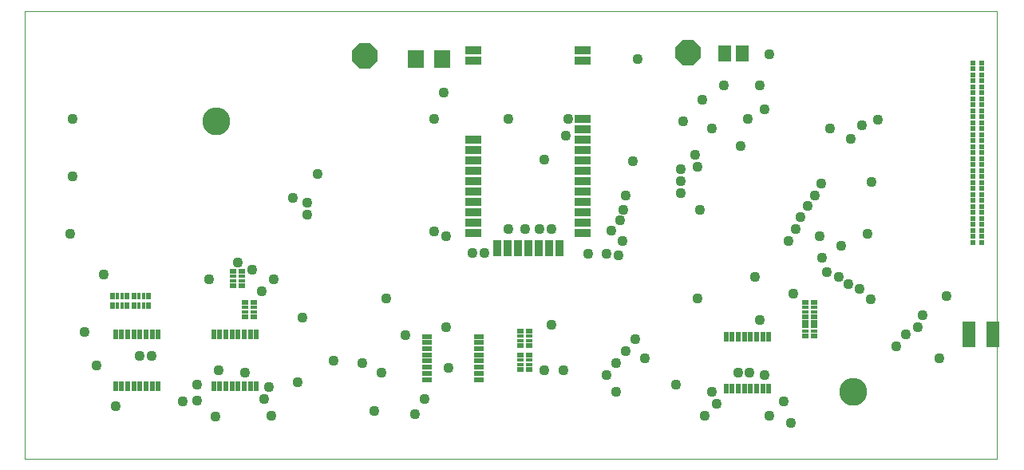
<source format=gbs>
G75*
%MOIN*%
%OFA0B0*%
%FSLAX25Y25*%
%IPPOS*%
%LPD*%
%AMOC8*
5,1,8,0,0,1.08239X$1,22.5*
%
%ADD10C,0.00000*%
%ADD11R,0.06899X0.07698*%
%ADD12R,0.01969X0.04331*%
%ADD13R,0.04331X0.01969*%
%ADD14OC8,0.10600*%
%ADD15R,0.06506X0.03356*%
%ADD16R,0.03356X0.06506*%
%ADD17R,0.02100X0.02100*%
%ADD18C,0.11624*%
%ADD19R,0.05718X0.06506*%
%ADD20R,0.02175X0.02569*%
%ADD21R,0.01781X0.02569*%
%ADD22R,0.02569X0.02175*%
%ADD23R,0.02569X0.01781*%
%ADD24R,0.05600X0.10600*%
%ADD25C,0.04362*%
D10*
X0001800Y0001100D02*
X0001800Y0188061D01*
X0407901Y0188061D01*
X0407961Y0188101D02*
X0408039Y0001000D01*
X0408001Y0001000D02*
X0001800Y0001100D01*
X0076288Y0142100D02*
X0076290Y0142248D01*
X0076296Y0142396D01*
X0076306Y0142544D01*
X0076320Y0142691D01*
X0076338Y0142838D01*
X0076359Y0142984D01*
X0076385Y0143130D01*
X0076415Y0143275D01*
X0076448Y0143419D01*
X0076486Y0143562D01*
X0076527Y0143704D01*
X0076572Y0143845D01*
X0076620Y0143985D01*
X0076673Y0144124D01*
X0076729Y0144261D01*
X0076789Y0144396D01*
X0076852Y0144530D01*
X0076919Y0144662D01*
X0076990Y0144792D01*
X0077064Y0144920D01*
X0077141Y0145046D01*
X0077222Y0145170D01*
X0077306Y0145292D01*
X0077393Y0145411D01*
X0077484Y0145528D01*
X0077578Y0145643D01*
X0077674Y0145755D01*
X0077774Y0145865D01*
X0077876Y0145971D01*
X0077982Y0146075D01*
X0078090Y0146176D01*
X0078201Y0146274D01*
X0078314Y0146370D01*
X0078430Y0146462D01*
X0078548Y0146551D01*
X0078669Y0146636D01*
X0078792Y0146719D01*
X0078917Y0146798D01*
X0079044Y0146874D01*
X0079173Y0146946D01*
X0079304Y0147015D01*
X0079437Y0147080D01*
X0079572Y0147141D01*
X0079708Y0147199D01*
X0079845Y0147254D01*
X0079984Y0147304D01*
X0080125Y0147351D01*
X0080266Y0147394D01*
X0080409Y0147434D01*
X0080553Y0147469D01*
X0080697Y0147501D01*
X0080843Y0147528D01*
X0080989Y0147552D01*
X0081136Y0147572D01*
X0081283Y0147588D01*
X0081430Y0147600D01*
X0081578Y0147608D01*
X0081726Y0147612D01*
X0081874Y0147612D01*
X0082022Y0147608D01*
X0082170Y0147600D01*
X0082317Y0147588D01*
X0082464Y0147572D01*
X0082611Y0147552D01*
X0082757Y0147528D01*
X0082903Y0147501D01*
X0083047Y0147469D01*
X0083191Y0147434D01*
X0083334Y0147394D01*
X0083475Y0147351D01*
X0083616Y0147304D01*
X0083755Y0147254D01*
X0083892Y0147199D01*
X0084028Y0147141D01*
X0084163Y0147080D01*
X0084296Y0147015D01*
X0084427Y0146946D01*
X0084556Y0146874D01*
X0084683Y0146798D01*
X0084808Y0146719D01*
X0084931Y0146636D01*
X0085052Y0146551D01*
X0085170Y0146462D01*
X0085286Y0146370D01*
X0085399Y0146274D01*
X0085510Y0146176D01*
X0085618Y0146075D01*
X0085724Y0145971D01*
X0085826Y0145865D01*
X0085926Y0145755D01*
X0086022Y0145643D01*
X0086116Y0145528D01*
X0086207Y0145411D01*
X0086294Y0145292D01*
X0086378Y0145170D01*
X0086459Y0145046D01*
X0086536Y0144920D01*
X0086610Y0144792D01*
X0086681Y0144662D01*
X0086748Y0144530D01*
X0086811Y0144396D01*
X0086871Y0144261D01*
X0086927Y0144124D01*
X0086980Y0143985D01*
X0087028Y0143845D01*
X0087073Y0143704D01*
X0087114Y0143562D01*
X0087152Y0143419D01*
X0087185Y0143275D01*
X0087215Y0143130D01*
X0087241Y0142984D01*
X0087262Y0142838D01*
X0087280Y0142691D01*
X0087294Y0142544D01*
X0087304Y0142396D01*
X0087310Y0142248D01*
X0087312Y0142100D01*
X0087310Y0141952D01*
X0087304Y0141804D01*
X0087294Y0141656D01*
X0087280Y0141509D01*
X0087262Y0141362D01*
X0087241Y0141216D01*
X0087215Y0141070D01*
X0087185Y0140925D01*
X0087152Y0140781D01*
X0087114Y0140638D01*
X0087073Y0140496D01*
X0087028Y0140355D01*
X0086980Y0140215D01*
X0086927Y0140076D01*
X0086871Y0139939D01*
X0086811Y0139804D01*
X0086748Y0139670D01*
X0086681Y0139538D01*
X0086610Y0139408D01*
X0086536Y0139280D01*
X0086459Y0139154D01*
X0086378Y0139030D01*
X0086294Y0138908D01*
X0086207Y0138789D01*
X0086116Y0138672D01*
X0086022Y0138557D01*
X0085926Y0138445D01*
X0085826Y0138335D01*
X0085724Y0138229D01*
X0085618Y0138125D01*
X0085510Y0138024D01*
X0085399Y0137926D01*
X0085286Y0137830D01*
X0085170Y0137738D01*
X0085052Y0137649D01*
X0084931Y0137564D01*
X0084808Y0137481D01*
X0084683Y0137402D01*
X0084556Y0137326D01*
X0084427Y0137254D01*
X0084296Y0137185D01*
X0084163Y0137120D01*
X0084028Y0137059D01*
X0083892Y0137001D01*
X0083755Y0136946D01*
X0083616Y0136896D01*
X0083475Y0136849D01*
X0083334Y0136806D01*
X0083191Y0136766D01*
X0083047Y0136731D01*
X0082903Y0136699D01*
X0082757Y0136672D01*
X0082611Y0136648D01*
X0082464Y0136628D01*
X0082317Y0136612D01*
X0082170Y0136600D01*
X0082022Y0136592D01*
X0081874Y0136588D01*
X0081726Y0136588D01*
X0081578Y0136592D01*
X0081430Y0136600D01*
X0081283Y0136612D01*
X0081136Y0136628D01*
X0080989Y0136648D01*
X0080843Y0136672D01*
X0080697Y0136699D01*
X0080553Y0136731D01*
X0080409Y0136766D01*
X0080266Y0136806D01*
X0080125Y0136849D01*
X0079984Y0136896D01*
X0079845Y0136946D01*
X0079708Y0137001D01*
X0079572Y0137059D01*
X0079437Y0137120D01*
X0079304Y0137185D01*
X0079173Y0137254D01*
X0079044Y0137326D01*
X0078917Y0137402D01*
X0078792Y0137481D01*
X0078669Y0137564D01*
X0078548Y0137649D01*
X0078430Y0137738D01*
X0078314Y0137830D01*
X0078201Y0137926D01*
X0078090Y0138024D01*
X0077982Y0138125D01*
X0077876Y0138229D01*
X0077774Y0138335D01*
X0077674Y0138445D01*
X0077578Y0138557D01*
X0077484Y0138672D01*
X0077393Y0138789D01*
X0077306Y0138908D01*
X0077222Y0139030D01*
X0077141Y0139154D01*
X0077064Y0139280D01*
X0076990Y0139408D01*
X0076919Y0139538D01*
X0076852Y0139670D01*
X0076789Y0139804D01*
X0076729Y0139939D01*
X0076673Y0140076D01*
X0076620Y0140215D01*
X0076572Y0140355D01*
X0076527Y0140496D01*
X0076486Y0140638D01*
X0076448Y0140781D01*
X0076415Y0140925D01*
X0076385Y0141070D01*
X0076359Y0141216D01*
X0076338Y0141362D01*
X0076320Y0141509D01*
X0076306Y0141656D01*
X0076296Y0141804D01*
X0076290Y0141952D01*
X0076288Y0142100D01*
X0342288Y0029000D02*
X0342290Y0029148D01*
X0342296Y0029296D01*
X0342306Y0029444D01*
X0342320Y0029591D01*
X0342338Y0029738D01*
X0342359Y0029884D01*
X0342385Y0030030D01*
X0342415Y0030175D01*
X0342448Y0030319D01*
X0342486Y0030462D01*
X0342527Y0030604D01*
X0342572Y0030745D01*
X0342620Y0030885D01*
X0342673Y0031024D01*
X0342729Y0031161D01*
X0342789Y0031296D01*
X0342852Y0031430D01*
X0342919Y0031562D01*
X0342990Y0031692D01*
X0343064Y0031820D01*
X0343141Y0031946D01*
X0343222Y0032070D01*
X0343306Y0032192D01*
X0343393Y0032311D01*
X0343484Y0032428D01*
X0343578Y0032543D01*
X0343674Y0032655D01*
X0343774Y0032765D01*
X0343876Y0032871D01*
X0343982Y0032975D01*
X0344090Y0033076D01*
X0344201Y0033174D01*
X0344314Y0033270D01*
X0344430Y0033362D01*
X0344548Y0033451D01*
X0344669Y0033536D01*
X0344792Y0033619D01*
X0344917Y0033698D01*
X0345044Y0033774D01*
X0345173Y0033846D01*
X0345304Y0033915D01*
X0345437Y0033980D01*
X0345572Y0034041D01*
X0345708Y0034099D01*
X0345845Y0034154D01*
X0345984Y0034204D01*
X0346125Y0034251D01*
X0346266Y0034294D01*
X0346409Y0034334D01*
X0346553Y0034369D01*
X0346697Y0034401D01*
X0346843Y0034428D01*
X0346989Y0034452D01*
X0347136Y0034472D01*
X0347283Y0034488D01*
X0347430Y0034500D01*
X0347578Y0034508D01*
X0347726Y0034512D01*
X0347874Y0034512D01*
X0348022Y0034508D01*
X0348170Y0034500D01*
X0348317Y0034488D01*
X0348464Y0034472D01*
X0348611Y0034452D01*
X0348757Y0034428D01*
X0348903Y0034401D01*
X0349047Y0034369D01*
X0349191Y0034334D01*
X0349334Y0034294D01*
X0349475Y0034251D01*
X0349616Y0034204D01*
X0349755Y0034154D01*
X0349892Y0034099D01*
X0350028Y0034041D01*
X0350163Y0033980D01*
X0350296Y0033915D01*
X0350427Y0033846D01*
X0350556Y0033774D01*
X0350683Y0033698D01*
X0350808Y0033619D01*
X0350931Y0033536D01*
X0351052Y0033451D01*
X0351170Y0033362D01*
X0351286Y0033270D01*
X0351399Y0033174D01*
X0351510Y0033076D01*
X0351618Y0032975D01*
X0351724Y0032871D01*
X0351826Y0032765D01*
X0351926Y0032655D01*
X0352022Y0032543D01*
X0352116Y0032428D01*
X0352207Y0032311D01*
X0352294Y0032192D01*
X0352378Y0032070D01*
X0352459Y0031946D01*
X0352536Y0031820D01*
X0352610Y0031692D01*
X0352681Y0031562D01*
X0352748Y0031430D01*
X0352811Y0031296D01*
X0352871Y0031161D01*
X0352927Y0031024D01*
X0352980Y0030885D01*
X0353028Y0030745D01*
X0353073Y0030604D01*
X0353114Y0030462D01*
X0353152Y0030319D01*
X0353185Y0030175D01*
X0353215Y0030030D01*
X0353241Y0029884D01*
X0353262Y0029738D01*
X0353280Y0029591D01*
X0353294Y0029444D01*
X0353304Y0029296D01*
X0353310Y0029148D01*
X0353312Y0029000D01*
X0353310Y0028852D01*
X0353304Y0028704D01*
X0353294Y0028556D01*
X0353280Y0028409D01*
X0353262Y0028262D01*
X0353241Y0028116D01*
X0353215Y0027970D01*
X0353185Y0027825D01*
X0353152Y0027681D01*
X0353114Y0027538D01*
X0353073Y0027396D01*
X0353028Y0027255D01*
X0352980Y0027115D01*
X0352927Y0026976D01*
X0352871Y0026839D01*
X0352811Y0026704D01*
X0352748Y0026570D01*
X0352681Y0026438D01*
X0352610Y0026308D01*
X0352536Y0026180D01*
X0352459Y0026054D01*
X0352378Y0025930D01*
X0352294Y0025808D01*
X0352207Y0025689D01*
X0352116Y0025572D01*
X0352022Y0025457D01*
X0351926Y0025345D01*
X0351826Y0025235D01*
X0351724Y0025129D01*
X0351618Y0025025D01*
X0351510Y0024924D01*
X0351399Y0024826D01*
X0351286Y0024730D01*
X0351170Y0024638D01*
X0351052Y0024549D01*
X0350931Y0024464D01*
X0350808Y0024381D01*
X0350683Y0024302D01*
X0350556Y0024226D01*
X0350427Y0024154D01*
X0350296Y0024085D01*
X0350163Y0024020D01*
X0350028Y0023959D01*
X0349892Y0023901D01*
X0349755Y0023846D01*
X0349616Y0023796D01*
X0349475Y0023749D01*
X0349334Y0023706D01*
X0349191Y0023666D01*
X0349047Y0023631D01*
X0348903Y0023599D01*
X0348757Y0023572D01*
X0348611Y0023548D01*
X0348464Y0023528D01*
X0348317Y0023512D01*
X0348170Y0023500D01*
X0348022Y0023492D01*
X0347874Y0023488D01*
X0347726Y0023488D01*
X0347578Y0023492D01*
X0347430Y0023500D01*
X0347283Y0023512D01*
X0347136Y0023528D01*
X0346989Y0023548D01*
X0346843Y0023572D01*
X0346697Y0023599D01*
X0346553Y0023631D01*
X0346409Y0023666D01*
X0346266Y0023706D01*
X0346125Y0023749D01*
X0345984Y0023796D01*
X0345845Y0023846D01*
X0345708Y0023901D01*
X0345572Y0023959D01*
X0345437Y0024020D01*
X0345304Y0024085D01*
X0345173Y0024154D01*
X0345044Y0024226D01*
X0344917Y0024302D01*
X0344792Y0024381D01*
X0344669Y0024464D01*
X0344548Y0024549D01*
X0344430Y0024638D01*
X0344314Y0024730D01*
X0344201Y0024826D01*
X0344090Y0024924D01*
X0343982Y0025025D01*
X0343876Y0025129D01*
X0343774Y0025235D01*
X0343674Y0025345D01*
X0343578Y0025457D01*
X0343484Y0025572D01*
X0343393Y0025689D01*
X0343306Y0025808D01*
X0343222Y0025930D01*
X0343141Y0026054D01*
X0343064Y0026180D01*
X0342990Y0026308D01*
X0342919Y0026438D01*
X0342852Y0026570D01*
X0342789Y0026704D01*
X0342729Y0026839D01*
X0342673Y0026976D01*
X0342620Y0027115D01*
X0342572Y0027255D01*
X0342527Y0027396D01*
X0342486Y0027538D01*
X0342448Y0027681D01*
X0342415Y0027825D01*
X0342385Y0027970D01*
X0342359Y0028116D01*
X0342338Y0028262D01*
X0342320Y0028409D01*
X0342306Y0028556D01*
X0342296Y0028704D01*
X0342290Y0028852D01*
X0342288Y0029000D01*
D11*
X0176398Y0168100D03*
X0165202Y0168100D03*
D12*
X0098757Y0053025D03*
X0096198Y0053025D03*
X0093639Y0053025D03*
X0091080Y0053025D03*
X0088520Y0053025D03*
X0085961Y0053025D03*
X0083402Y0053025D03*
X0080843Y0053025D03*
X0057757Y0053025D03*
X0055198Y0053025D03*
X0052639Y0053025D03*
X0050080Y0053025D03*
X0047520Y0053025D03*
X0044961Y0053025D03*
X0042402Y0053025D03*
X0039843Y0053025D03*
X0039843Y0031175D03*
X0042402Y0031175D03*
X0044961Y0031175D03*
X0047520Y0031175D03*
X0050080Y0031175D03*
X0052639Y0031175D03*
X0055198Y0031175D03*
X0057757Y0031175D03*
X0080843Y0031175D03*
X0083402Y0031175D03*
X0085961Y0031175D03*
X0088520Y0031175D03*
X0091080Y0031175D03*
X0093639Y0031175D03*
X0096198Y0031175D03*
X0098757Y0031175D03*
X0294843Y0030175D03*
X0297402Y0030175D03*
X0299961Y0030175D03*
X0302520Y0030175D03*
X0305080Y0030175D03*
X0307639Y0030175D03*
X0310198Y0030175D03*
X0312757Y0030175D03*
X0312757Y0052025D03*
X0310198Y0052025D03*
X0307639Y0052025D03*
X0305080Y0052025D03*
X0302520Y0052025D03*
X0299961Y0052025D03*
X0297402Y0052025D03*
X0294843Y0052025D03*
D13*
X0191725Y0052057D03*
X0191725Y0049498D03*
X0191725Y0046939D03*
X0191725Y0044380D03*
X0191725Y0041820D03*
X0191725Y0039261D03*
X0191725Y0036702D03*
X0191725Y0034143D03*
X0169875Y0034143D03*
X0169875Y0036702D03*
X0169875Y0039261D03*
X0169875Y0041820D03*
X0169875Y0044380D03*
X0169875Y0046939D03*
X0169875Y0049498D03*
X0169875Y0052057D03*
D14*
X0143800Y0169300D03*
X0278800Y0170700D03*
D15*
X0235013Y0171565D03*
X0235013Y0167234D03*
X0189343Y0167234D03*
X0189343Y0171565D03*
X0235013Y0142824D03*
X0235013Y0138494D03*
X0235013Y0134163D03*
X0235013Y0129832D03*
X0235013Y0125502D03*
X0235013Y0121171D03*
X0235013Y0116840D03*
X0235013Y0112509D03*
X0235013Y0108179D03*
X0235013Y0103848D03*
X0235013Y0099517D03*
X0235013Y0095187D03*
X0189343Y0095187D03*
X0189343Y0099517D03*
X0189343Y0103848D03*
X0189343Y0108179D03*
X0189343Y0112509D03*
X0189343Y0116840D03*
X0189343Y0121171D03*
X0189343Y0125502D03*
X0189343Y0129832D03*
X0189343Y0134163D03*
D16*
X0199186Y0088887D03*
X0203517Y0088887D03*
X0207847Y0088887D03*
X0212178Y0088887D03*
X0216509Y0088887D03*
X0220839Y0088887D03*
X0225170Y0088887D03*
D17*
X0398013Y0091400D03*
X0398013Y0093900D03*
X0398013Y0096400D03*
X0401587Y0096400D03*
X0401587Y0093900D03*
X0401587Y0091400D03*
X0401587Y0098900D03*
X0401587Y0101400D03*
X0401587Y0103900D03*
X0398013Y0103900D03*
X0398013Y0101400D03*
X0398013Y0098900D03*
X0398013Y0106400D03*
X0398013Y0108900D03*
X0398013Y0111400D03*
X0401587Y0111400D03*
X0401587Y0108900D03*
X0401587Y0106400D03*
X0401587Y0113900D03*
X0401587Y0116300D03*
X0401587Y0118900D03*
X0398013Y0118900D03*
X0398013Y0116300D03*
X0398013Y0113900D03*
X0398013Y0121400D03*
X0398013Y0123900D03*
X0397913Y0126400D03*
X0401487Y0126400D03*
X0401587Y0123900D03*
X0401587Y0121400D03*
X0401487Y0128900D03*
X0401487Y0131400D03*
X0401587Y0133900D03*
X0398013Y0133900D03*
X0397913Y0131400D03*
X0397913Y0128900D03*
X0398013Y0136400D03*
X0398013Y0138900D03*
X0398013Y0141400D03*
X0401587Y0141400D03*
X0401587Y0138900D03*
X0401587Y0136400D03*
X0401587Y0143900D03*
X0401587Y0146400D03*
X0401587Y0148900D03*
X0398013Y0148900D03*
X0398013Y0146400D03*
X0398013Y0143900D03*
X0398013Y0151400D03*
X0398013Y0153900D03*
X0398013Y0156400D03*
X0401587Y0156400D03*
X0401587Y0153900D03*
X0401587Y0151400D03*
X0401587Y0158900D03*
X0401587Y0161400D03*
X0401587Y0163900D03*
X0401587Y0166400D03*
X0398013Y0166400D03*
X0398013Y0163900D03*
X0398013Y0161400D03*
X0398013Y0158900D03*
D18*
X0347800Y0029000D03*
X0081800Y0142100D03*
D19*
X0294160Y0170200D03*
X0301640Y0170200D03*
D20*
X0053556Y0069069D03*
X0053556Y0065131D03*
X0047650Y0065131D03*
X0044556Y0065131D03*
X0038650Y0065131D03*
X0038650Y0069069D03*
X0044556Y0069069D03*
X0047650Y0069069D03*
D21*
X0049619Y0069069D03*
X0051587Y0069069D03*
X0051587Y0065131D03*
X0049619Y0065131D03*
X0042587Y0065131D03*
X0040619Y0065131D03*
X0040619Y0069069D03*
X0042587Y0069069D03*
D22*
X0088831Y0073344D03*
X0092769Y0073344D03*
X0092769Y0079250D03*
X0088831Y0079250D03*
X0093831Y0066250D03*
X0097769Y0066250D03*
X0097769Y0060344D03*
X0093831Y0060344D03*
X0208831Y0054250D03*
X0212769Y0054250D03*
X0212769Y0048344D03*
X0208831Y0048344D03*
X0208831Y0044250D03*
X0212769Y0044250D03*
X0212769Y0038344D03*
X0208831Y0038344D03*
X0327831Y0052244D03*
X0331769Y0052244D03*
X0331769Y0058150D03*
X0331769Y0060344D03*
X0327831Y0060344D03*
X0327831Y0058150D03*
X0327831Y0066250D03*
X0331769Y0066250D03*
D23*
X0331769Y0064281D03*
X0331769Y0062313D03*
X0327831Y0062313D03*
X0327831Y0064281D03*
X0327831Y0056181D03*
X0327831Y0054213D03*
X0331769Y0054213D03*
X0331769Y0056181D03*
X0212769Y0052281D03*
X0212769Y0050313D03*
X0208831Y0050313D03*
X0208831Y0052281D03*
X0208831Y0042281D03*
X0208831Y0040313D03*
X0212769Y0040313D03*
X0212769Y0042281D03*
X0097769Y0062313D03*
X0097769Y0064281D03*
X0093831Y0064281D03*
X0093831Y0062313D03*
X0092769Y0075313D03*
X0092769Y0077281D03*
X0088831Y0077281D03*
X0088831Y0075313D03*
D24*
X0396300Y0053000D03*
X0406300Y0053000D03*
D25*
X0383800Y0043100D03*
X0365800Y0048100D03*
X0369800Y0053100D03*
X0374800Y0056100D03*
X0376800Y0061100D03*
X0386800Y0069100D03*
X0355400Y0067600D03*
X0350500Y0071900D03*
X0345800Y0074100D03*
X0341800Y0077100D03*
X0336800Y0079100D03*
X0334800Y0085100D03*
X0342800Y0090100D03*
X0333900Y0094100D03*
X0323800Y0097100D03*
X0325800Y0102100D03*
X0328800Y0106600D03*
X0331800Y0111100D03*
X0334700Y0116100D03*
X0355600Y0116800D03*
X0346900Y0134500D03*
X0338400Y0138900D03*
X0351600Y0140400D03*
X0358200Y0142800D03*
X0310800Y0147100D03*
X0303800Y0143100D03*
X0288800Y0139100D03*
X0276800Y0142100D03*
X0284800Y0151100D03*
X0293800Y0157100D03*
X0308800Y0157100D03*
X0312800Y0170100D03*
X0257800Y0168100D03*
X0228800Y0143100D03*
X0227800Y0136100D03*
X0218800Y0126100D03*
X0252800Y0111100D03*
X0252000Y0105100D03*
X0250600Y0100500D03*
X0246900Y0096400D03*
X0251600Y0092000D03*
X0249800Y0086100D03*
X0244800Y0086700D03*
X0237120Y0086780D03*
X0221800Y0097100D03*
X0216800Y0097100D03*
X0210800Y0097100D03*
X0203800Y0097100D03*
X0193800Y0087100D03*
X0188800Y0087100D03*
X0177800Y0094100D03*
X0172800Y0096100D03*
X0119800Y0103100D03*
X0119800Y0108100D03*
X0113800Y0110100D03*
X0124400Y0119900D03*
X0172800Y0143100D03*
X0176800Y0154100D03*
X0203800Y0143100D03*
X0256000Y0125200D03*
X0275800Y0122100D03*
X0282800Y0123100D03*
X0281800Y0128100D03*
X0300800Y0131500D03*
X0275800Y0117100D03*
X0275800Y0112100D03*
X0283800Y0105100D03*
X0320800Y0092100D03*
X0306800Y0077100D03*
X0322800Y0070100D03*
X0308800Y0059100D03*
X0282800Y0068100D03*
X0256800Y0051100D03*
X0252800Y0046100D03*
X0260800Y0043100D03*
X0248800Y0041100D03*
X0244800Y0036100D03*
X0248800Y0029100D03*
X0226800Y0038100D03*
X0218800Y0038100D03*
X0221800Y0057100D03*
X0177800Y0056100D03*
X0160900Y0052800D03*
X0142800Y0041100D03*
X0150800Y0037100D03*
X0130800Y0042100D03*
X0115800Y0033100D03*
X0103800Y0031100D03*
X0101800Y0026100D03*
X0104800Y0019100D03*
X0081600Y0018800D03*
X0074000Y0025400D03*
X0067800Y0025100D03*
X0073800Y0032100D03*
X0082800Y0038100D03*
X0093800Y0037100D03*
X0054800Y0044100D03*
X0049800Y0044100D03*
X0031800Y0040100D03*
X0026800Y0054100D03*
X0034800Y0078100D03*
X0020800Y0095100D03*
X0021800Y0119100D03*
X0021800Y0143100D03*
X0090800Y0083100D03*
X0096800Y0080100D03*
X0105800Y0076100D03*
X0100800Y0071100D03*
X0078800Y0076100D03*
X0117800Y0060100D03*
X0152800Y0068100D03*
X0178800Y0039100D03*
X0168800Y0026100D03*
X0164800Y0019500D03*
X0147800Y0021100D03*
X0039800Y0023100D03*
X0273800Y0032100D03*
X0288800Y0029100D03*
X0291000Y0024100D03*
X0285800Y0019100D03*
X0312800Y0019100D03*
X0321800Y0016100D03*
X0318800Y0025100D03*
X0310800Y0036100D03*
X0304600Y0037100D03*
X0299800Y0037100D03*
X0353800Y0095100D03*
M02*

</source>
